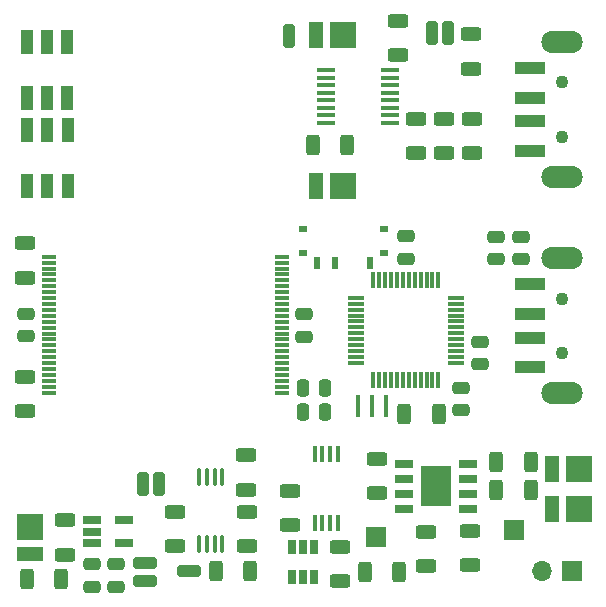
<source format=gbr>
%TF.GenerationSoftware,KiCad,Pcbnew,(6.0.5)*%
%TF.CreationDate,2023-08-07T21:45:28+03:00*%
%TF.ProjectId,JLC2,4a4c4332-2e6b-4696-9361-645f70636258,rev?*%
%TF.SameCoordinates,Original*%
%TF.FileFunction,Soldermask,Top*%
%TF.FilePolarity,Negative*%
%FSLAX46Y46*%
G04 Gerber Fmt 4.6, Leading zero omitted, Abs format (unit mm)*
G04 Created by KiCad (PCBNEW (6.0.5)) date 2023-08-07 21:45:28*
%MOMM*%
%LPD*%
G01*
G04 APERTURE LIST*
G04 Aperture macros list*
%AMRoundRect*
0 Rectangle with rounded corners*
0 $1 Rounding radius*
0 $2 $3 $4 $5 $6 $7 $8 $9 X,Y pos of 4 corners*
0 Add a 4 corners polygon primitive as box body*
4,1,4,$2,$3,$4,$5,$6,$7,$8,$9,$2,$3,0*
0 Add four circle primitives for the rounded corners*
1,1,$1+$1,$2,$3*
1,1,$1+$1,$4,$5*
1,1,$1+$1,$6,$7*
1,1,$1+$1,$8,$9*
0 Add four rect primitives between the rounded corners*
20,1,$1+$1,$2,$3,$4,$5,0*
20,1,$1+$1,$4,$5,$6,$7,0*
20,1,$1+$1,$6,$7,$8,$9,0*
20,1,$1+$1,$8,$9,$2,$3,0*%
G04 Aperture macros list end*
%ADD10RoundRect,0.250000X0.312500X0.625000X-0.312500X0.625000X-0.312500X-0.625000X0.312500X-0.625000X0*%
%ADD11RoundRect,0.250000X0.625000X-0.312500X0.625000X0.312500X-0.625000X0.312500X-0.625000X-0.312500X0*%
%ADD12R,1.560000X0.650000*%
%ADD13RoundRect,0.250000X-0.475000X0.250000X-0.475000X-0.250000X0.475000X-0.250000X0.475000X0.250000X0*%
%ADD14R,1.100000X2.000000*%
%ADD15RoundRect,0.250000X-0.750000X0.250000X-0.750000X-0.250000X0.750000X-0.250000X0.750000X0.250000X0*%
%ADD16RoundRect,0.250000X-0.250000X-0.475000X0.250000X-0.475000X0.250000X0.475000X-0.250000X0.475000X0*%
%ADD17C,1.100000*%
%ADD18R,2.500000X1.100000*%
%ADD19O,3.500000X1.900000*%
%ADD20RoundRect,0.250000X-0.625000X0.312500X-0.625000X-0.312500X0.625000X-0.312500X0.625000X0.312500X0*%
%ADD21R,1.525000X0.700000*%
%ADD22R,2.513000X3.402000*%
%ADD23RoundRect,0.100000X0.100000X-0.637500X0.100000X0.637500X-0.100000X0.637500X-0.100000X-0.637500X0*%
%ADD24R,2.200000X2.200000*%
%ADD25R,2.200000X1.250000*%
%ADD26RoundRect,0.250000X0.250000X0.750000X-0.250000X0.750000X-0.250000X-0.750000X0.250000X-0.750000X0*%
%ADD27RoundRect,0.250000X0.475000X-0.250000X0.475000X0.250000X-0.475000X0.250000X-0.475000X-0.250000X0*%
%ADD28R,0.450000X1.475000*%
%ADD29RoundRect,0.250000X-0.312500X-0.625000X0.312500X-0.625000X0.312500X0.625000X-0.312500X0.625000X0*%
%ADD30R,1.500000X0.435000*%
%ADD31R,1.700000X1.700000*%
%ADD32R,1.250000X2.200000*%
%ADD33RoundRect,0.250000X-0.250000X-0.750000X0.250000X-0.750000X0.250000X0.750000X-0.250000X0.750000X0*%
%ADD34R,1.275000X0.300000*%
%ADD35O,1.700000X1.700000*%
%ADD36R,0.650000X1.200000*%
%ADD37RoundRect,0.250000X0.250000X0.475000X-0.250000X0.475000X-0.250000X-0.475000X0.250000X-0.475000X0*%
%ADD38R,0.300000X1.475000*%
%ADD39R,1.475000X0.300000*%
%ADD40R,0.500000X1.000000*%
%ADD41R,0.800000X0.500000*%
%ADD42R,0.400000X1.900000*%
G04 APERTURE END LIST*
D10*
%TO.C,R1*%
X142402500Y-98593750D03*
X139477500Y-98593750D03*
%TD*%
D11*
%TO.C,Rr*%
X112270000Y-105692500D03*
X112270000Y-102767500D03*
%TD*%
D12*
%TO.C,REF\u002A\u002A*%
X105252500Y-103510000D03*
X105252500Y-104460000D03*
X105252500Y-105410000D03*
X107952500Y-105410000D03*
X107952500Y-103510000D03*
%TD*%
D13*
%TO.C,C4*%
X138050001Y-88399999D03*
X138050001Y-90299999D03*
%TD*%
D14*
%TO.C,REF\u002A\u002A*%
X103140000Y-62960000D03*
X101440000Y-62960000D03*
X99740000Y-62960000D03*
X99740000Y-67760000D03*
X101440000Y-67760000D03*
X103140000Y-67760000D03*
%TD*%
D15*
%TO.C,BAT+*%
X109712500Y-107100000D03*
%TD*%
D16*
%TO.C,C7*%
X123090001Y-94349999D03*
X124990001Y-94349999D03*
%TD*%
D10*
%TO.C,R3*%
X118637500Y-107810000D03*
X115712500Y-107810000D03*
%TD*%
%TO.C,R1*%
X142392500Y-100963750D03*
X139467500Y-100963750D03*
%TD*%
D17*
%TO.C,J1*%
X145050000Y-71000000D03*
X145050000Y-66400000D03*
D18*
X142300000Y-65200000D03*
X142300000Y-67700000D03*
X142300000Y-69700000D03*
X142300000Y-72200000D03*
D19*
X145050000Y-74400000D03*
X145050000Y-63000000D03*
%TD*%
D20*
%TO.C,R3*%
X133480000Y-104471250D03*
X133480000Y-107396250D03*
%TD*%
D21*
%TO.C,J\u002A\u002A*%
X131658000Y-98708750D03*
X131658000Y-99978750D03*
X131658000Y-101248750D03*
X131658000Y-102518750D03*
X137082000Y-102518750D03*
X137082000Y-101248750D03*
X137082000Y-99978750D03*
X137082000Y-98708750D03*
D22*
X134370000Y-100613750D03*
%TD*%
D11*
%TO.C,R5*%
X99540001Y-94262499D03*
X99540001Y-91337499D03*
%TD*%
D23*
%TO.C,U9*%
X114325000Y-105532500D03*
X114975000Y-105532500D03*
X115625000Y-105532500D03*
X116275000Y-105532500D03*
X116275000Y-99807500D03*
X115625000Y-99807500D03*
X114975000Y-99807500D03*
X114325000Y-99807500D03*
%TD*%
D11*
%TO.C,Rr*%
X102922500Y-106392500D03*
X102922500Y-103467500D03*
%TD*%
%TO.C,R1*%
X132700000Y-72412500D03*
X132700000Y-69487500D03*
%TD*%
D24*
%TO.C,D2*%
X99972500Y-104070000D03*
D25*
X99972500Y-106345000D03*
%TD*%
D14*
%TO.C,REF\u002A\u002A*%
X103160000Y-70420000D03*
X101460000Y-70420000D03*
X99760000Y-70420000D03*
X99760000Y-75220000D03*
X101460000Y-75220000D03*
X103160000Y-75220000D03*
%TD*%
D13*
%TO.C,C13*%
X105252500Y-107210000D03*
X105252500Y-109110000D03*
%TD*%
D11*
%TO.C,R3*%
X118305000Y-100902500D03*
X118305000Y-97977500D03*
%TD*%
%TO.C,R1*%
X137350000Y-65262500D03*
X137350000Y-62337500D03*
%TD*%
D26*
%TO.C,REF\u002A\u002A*%
X134050000Y-62250000D03*
%TD*%
D27*
%TO.C,C3*%
X123190001Y-87969999D03*
X123190001Y-86069999D03*
%TD*%
D28*
%TO.C,Q\u002A\u002A*%
X126035000Y-97853250D03*
X125385000Y-97853250D03*
X124735000Y-97853250D03*
X124085000Y-97853250D03*
X124085000Y-103729250D03*
X124735000Y-103729250D03*
X125385000Y-103729250D03*
X126035000Y-103729250D03*
%TD*%
D29*
%TO.C,R4*%
X131667501Y-94529999D03*
X134592501Y-94529999D03*
%TD*%
D30*
%TO.C,IC\u002A\u002A*%
X125050000Y-65396000D03*
X125050000Y-66030000D03*
X125050000Y-66666000D03*
X125050000Y-67300000D03*
X125050000Y-67936000D03*
X125050000Y-68570000D03*
X125050000Y-69206000D03*
X125050000Y-69840000D03*
X130450000Y-69840000D03*
X130450000Y-69206000D03*
X130450000Y-68570000D03*
X130450000Y-67936000D03*
X130450000Y-67300000D03*
X130450000Y-66666000D03*
X130450000Y-66030000D03*
X130450000Y-65396000D03*
%TD*%
D31*
%TO.C,BAT+*%
X129290000Y-104918750D03*
%TD*%
D27*
%TO.C,C13*%
X136500001Y-94189999D03*
X136500001Y-92289999D03*
%TD*%
D11*
%TO.C,R3*%
X126215000Y-108641250D03*
X126215000Y-105716250D03*
%TD*%
D13*
%TO.C,C5*%
X139465001Y-79499999D03*
X139465001Y-81399999D03*
%TD*%
D11*
%TO.C,Rr*%
X118320000Y-105682500D03*
X118320000Y-102757500D03*
%TD*%
D27*
%TO.C,C14*%
X131830001Y-81329999D03*
X131830001Y-79429999D03*
%TD*%
D26*
%TO.C,REF\u002A\u002A*%
X135400000Y-62250000D03*
%TD*%
D24*
%TO.C,D2*%
X146435000Y-99163750D03*
D32*
X144160000Y-99163750D03*
%TD*%
D27*
%TO.C,C1*%
X99680001Y-87919999D03*
X99680001Y-86019999D03*
%TD*%
D15*
%TO.C,BAT-*%
X109722500Y-108620000D03*
%TD*%
D33*
%TO.C,VCC*%
X110940000Y-100420000D03*
%TD*%
D26*
%TO.C,*%
X121950000Y-62500000D03*
%TD*%
D11*
%TO.C,R1*%
X131150000Y-64112500D03*
X131150000Y-61187500D03*
%TD*%
D24*
%TO.C,D2*%
X126500000Y-62400000D03*
D32*
X124225000Y-62400000D03*
%TD*%
D29*
%TO.C,R3*%
X128327500Y-107901250D03*
X131252500Y-107901250D03*
%TD*%
D34*
%TO.C,m1*%
X101622001Y-81179999D03*
X101622001Y-81679999D03*
X101622001Y-82179999D03*
X101622001Y-82679999D03*
X101622001Y-83179999D03*
X101622001Y-83679999D03*
X101622001Y-84179999D03*
X101622001Y-84679999D03*
X101622001Y-85179999D03*
X101622001Y-85679999D03*
X101622001Y-86179999D03*
X101622001Y-86679999D03*
X101622001Y-87179999D03*
X101622001Y-87679999D03*
X101622001Y-88179999D03*
X101622001Y-88679999D03*
X101622001Y-89179999D03*
X101622001Y-89679999D03*
X101622001Y-90179999D03*
X101622001Y-90679999D03*
X101622001Y-91179999D03*
X101622001Y-91679999D03*
X101622001Y-92179999D03*
X101622001Y-92679999D03*
X121298001Y-92679999D03*
X121298001Y-92179999D03*
X121298001Y-91679999D03*
X121298001Y-91179999D03*
X121298001Y-90679999D03*
X121298001Y-90179999D03*
X121298001Y-89679999D03*
X121298001Y-89179999D03*
X121298001Y-88679999D03*
X121298001Y-88179999D03*
X121298001Y-87679999D03*
X121298001Y-87179999D03*
X121298001Y-86679999D03*
X121298001Y-86179999D03*
X121298001Y-85679999D03*
X121298001Y-85179999D03*
X121298001Y-84679999D03*
X121298001Y-84179999D03*
X121298001Y-83679999D03*
X121298001Y-83179999D03*
X121298001Y-82679999D03*
X121298001Y-82179999D03*
X121298001Y-81679999D03*
X121298001Y-81179999D03*
%TD*%
D11*
%TO.C,R1*%
X121995000Y-103903750D03*
X121995000Y-100978750D03*
%TD*%
D10*
%TO.C,R1*%
X126862500Y-71735500D03*
X123937500Y-71735500D03*
%TD*%
D29*
%TO.C,Rr*%
X99700000Y-108460000D03*
X102625000Y-108460000D03*
%TD*%
D31*
%TO.C,-USB+*%
X145865000Y-107778750D03*
D35*
X143325000Y-107778750D03*
%TD*%
D24*
%TO.C,D2*%
X146435000Y-102573750D03*
D32*
X144160000Y-102573750D03*
%TD*%
D33*
%TO.C,GND*%
X109550000Y-100420000D03*
%TD*%
D24*
%TO.C,D2*%
X126500000Y-75200000D03*
D32*
X124225000Y-75200000D03*
%TD*%
D20*
%TO.C,R3*%
X99580001Y-80047499D03*
X99580001Y-82972499D03*
%TD*%
D17*
%TO.C,J1*%
X145050001Y-84719999D03*
X145050001Y-89319999D03*
D18*
X142300001Y-83519999D03*
X142300001Y-86019999D03*
X142300001Y-88019999D03*
X142300001Y-90519999D03*
D19*
X145050001Y-81319999D03*
X145050001Y-92719999D03*
%TD*%
D31*
%TO.C,BAT-*%
X140970000Y-104308750D03*
%TD*%
D36*
%TO.C,IC\u002A\u002A*%
X124040000Y-105791250D03*
X123090000Y-105791250D03*
X122140000Y-105791250D03*
X122140000Y-108291250D03*
X123090000Y-108291250D03*
X124040000Y-108291250D03*
%TD*%
D11*
%TO.C,R3*%
X129360000Y-101206250D03*
X129360000Y-98281250D03*
%TD*%
D13*
%TO.C,C13*%
X107302500Y-107210000D03*
X107302500Y-109110000D03*
%TD*%
D37*
%TO.C,C16*%
X125000001Y-92319999D03*
X123100001Y-92319999D03*
%TD*%
D38*
%TO.C,f1*%
X129058001Y-91647999D03*
X129558001Y-91647999D03*
X130058001Y-91647999D03*
X130558001Y-91647999D03*
X131058001Y-91647999D03*
X131558001Y-91647999D03*
X132058001Y-91647999D03*
X132558001Y-91647999D03*
X133058001Y-91647999D03*
X133558001Y-91647999D03*
X134058001Y-91647999D03*
X134558001Y-91647999D03*
D39*
X136046001Y-90159999D03*
X136046001Y-89659999D03*
X136046001Y-89159999D03*
X136046001Y-88659999D03*
X136046001Y-88159999D03*
X136046001Y-87659999D03*
X136046001Y-87159999D03*
X136046001Y-86659999D03*
X136046001Y-86159999D03*
X136046001Y-85659999D03*
X136046001Y-85159999D03*
X136046001Y-84659999D03*
D38*
X134558001Y-83171999D03*
X134058001Y-83171999D03*
X133558001Y-83171999D03*
X133058001Y-83171999D03*
X132558001Y-83171999D03*
X132058001Y-83171999D03*
X131558001Y-83171999D03*
X131058001Y-83171999D03*
X130558001Y-83171999D03*
X130058001Y-83171999D03*
X129558001Y-83171999D03*
X129058001Y-83171999D03*
D39*
X127570001Y-84659999D03*
X127570001Y-85159999D03*
X127570001Y-85659999D03*
X127570001Y-86159999D03*
X127570001Y-86659999D03*
X127570001Y-87159999D03*
X127570001Y-87659999D03*
X127570001Y-88159999D03*
X127570001Y-88659999D03*
X127570001Y-89159999D03*
X127570001Y-89659999D03*
X127570001Y-90159999D03*
%TD*%
D40*
%TO.C,SW1*%
X128780001Y-81689999D03*
X125780001Y-81689999D03*
X124280001Y-81689999D03*
D41*
X123080001Y-80889999D03*
X123080001Y-78789999D03*
X129980001Y-78789999D03*
X129980001Y-80889999D03*
%TD*%
D11*
%TO.C,R1*%
X135050000Y-72412500D03*
X135050000Y-69487500D03*
%TD*%
%TO.C,R1*%
X137400000Y-72412500D03*
X137400000Y-69487500D03*
%TD*%
D13*
%TO.C,C8*%
X141585001Y-79499999D03*
X141585001Y-81399999D03*
%TD*%
D20*
%TO.C,R3*%
X137210000Y-104391250D03*
X137210000Y-107316250D03*
%TD*%
D15*
%TO.C,*%
X113430000Y-107770000D03*
%TD*%
D42*
%TO.C,Y2*%
X127720001Y-93819999D03*
X128920001Y-93819999D03*
X130120001Y-93819999D03*
%TD*%
M02*

</source>
